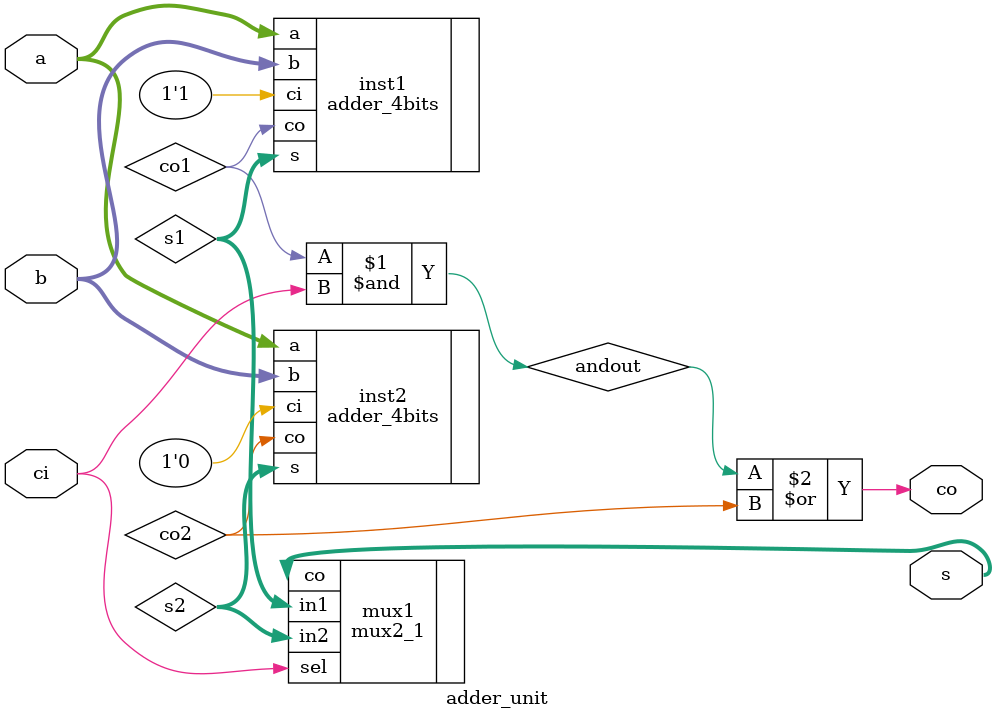
<source format=v>
module adder_unit (a, b, ci, co, s);
	input [3:0]a, b;
	input ci;
	output [3:0]s;
	output co;

	wire co1, co2;
	wire [3:0]s1, s2;
	wire andout;

	adder_4bits inst1(.a(a), .b(b), .ci(1'b1), .co(co1), .s(s1));
	adder_4bits inst2(.a(a), .b(b), .ci(1'b0), .co(co2), .s(s2));

	mux2_1 mux1(.sel(ci), .in1(s1), .in2(s2), .co(s));
	and G1(andout, co1, ci);
	or G2(co, andout, co2);
endmodule

</source>
